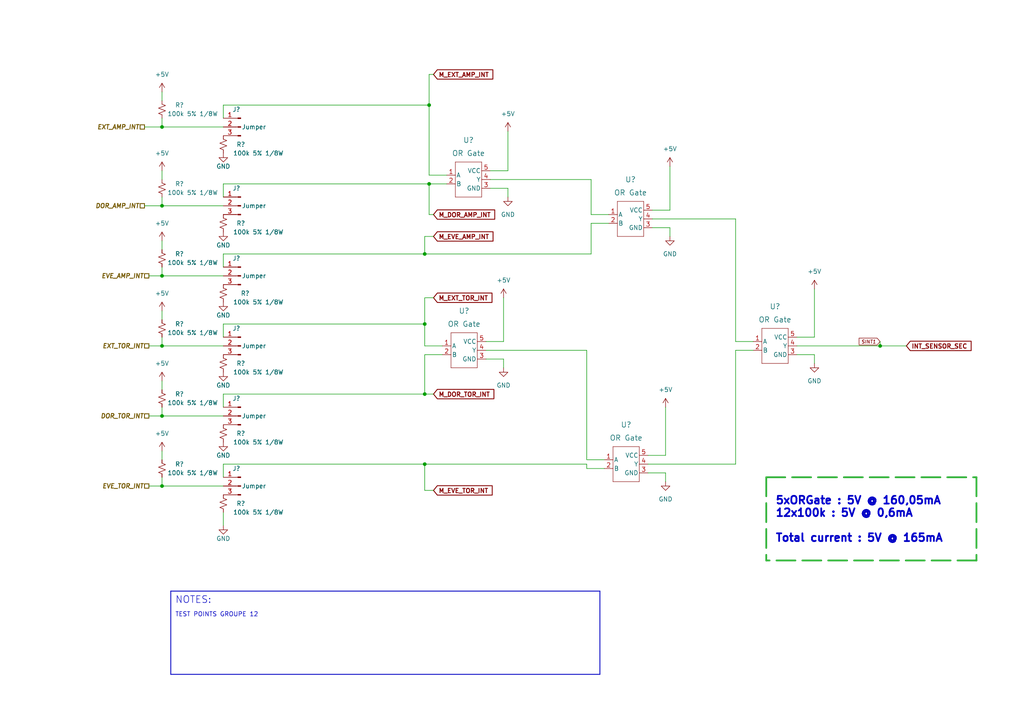
<source format=kicad_sch>
(kicad_sch (version 20211123) (generator eeschema)
  (paper "A4")
  (lib_symbols
    (symbol "Connector:Conn_01x03_Male" (pin_names (offset 1.016) hide)
      (property "Reference" "J" (at 0 5.08 0))
      (property "Value" "Conn_01x03_Male" (at 0 -5.08 0))
      (symbol "Conn_01x03_Male_1_1"
        (polyline (pts (xy 1.27 -2.54) (xy 0.8636 -2.54)) (stroke (width 0.1524)))
        (polyline (pts (xy 1.27 0) (xy 0.8636 0)) (stroke (width 0.1524)))
        (polyline (pts (xy 1.27 2.54) (xy 0.8636 2.54)) (stroke (width 0.1524)))
        (rectangle (start 0.8636 -2.413) (end 0 -2.667) (stroke (width 0.1524)) (fill (type outline)))
        (rectangle (start 0.8636 0.127) (end 0 -0.127) (stroke (width 0.1524)) (fill (type outline)))
        (rectangle (start 0.8636 2.667) (end 0 2.413) (stroke (width 0.1524)) (fill (type outline)))
        (pin passive line (at 5.08 2.54 180) (length 3.81) (name "Pin_1") (number "1"))
        (pin passive line (at 5.08 0 180) (length 3.81) (name "Pin_2") (number "2"))
        (pin passive line (at 5.08 -2.54 180) (length 3.81) (name "Pin_3") (number "3"))
      )
    )
    (symbol "Device:R_Small_US" (pin_numbers hide) (pin_names (offset 0.254) hide)
      (property "Reference" "R" (at 0.762 0.508 0))
      (property "Value" "R_Small_US" (at 0.762 -1.016 0))
      (symbol "R_Small_US_1_1"
        (polyline (pts (xy 0 0) (xy 1.016 -0.381) (xy 0 -0.762) (xy -1.016 -1.143) (xy 0 -1.524)))
        (polyline (pts (xy 0 1.524) (xy 1.016 1.143) (xy 0 0.762) (xy -1.016 0.381) (xy 0 0)))
        (pin passive line (at 0 2.54 270) (length 1.016) (name "~") (number "1"))
        (pin passive line (at 0 -2.54 90) (length 1.016) (name "~") (number "2"))
      )
    )
    (symbol "SymLib:SN74LVC1G32DBVR" (pin_names (offset 0.254))
      (property "Reference" "U" (at 25.4 10.16 0))
      (property "Value" "SN74LVC1G32DBVR" (at 25.4 7.62 0))
      (symbol "SN74LVC1G32DBVR_0_1"
        (polyline (pts (xy 21.59 -7.62) (xy 29.21 -7.62)) (stroke (width 0.127)))
        (polyline (pts (xy 21.59 2.54) (xy 21.59 -7.62)) (stroke (width 0.127)))
        (polyline (pts (xy 29.21 -7.62) (xy 29.21 2.54)) (stroke (width 0.127)))
        (polyline (pts (xy 29.21 2.54) (xy 21.59 2.54)) (stroke (width 0.127)))
        (pin input line (at 19.05 -1.27 0) (length 2.54) (name "A") (number "1"))
        (pin input line (at 19.05 -3.81 0) (length 2.54) (name "B") (number "2"))
        (pin power_in line (at 31.75 -5.08 180) (length 2.54) (name "GND") (number "3"))
        (pin output line (at 31.75 -2.54 180) (length 2.54) (name "Y") (number "4"))
        (pin power_in line (at 31.75 0 180) (length 2.54) (name "VCC") (number "5"))
      )
    )
    (symbol "power:+5V" (power) (pin_names (offset 0))
      (property "Value" "+5V" (at 0 3.556 0))
      (symbol "+5V_0_1"
        (polyline (pts (xy -0.762 1.27) (xy 0 2.54)))
        (polyline (pts (xy 0 0) (xy 0 2.54)))
        (polyline (pts (xy 0 2.54) (xy 0.762 1.27)))
      )
      (symbol "+5V_1_1"
        (pin power_in line (at 0 0 90) (length 0) hide (name "+5V") (number "1"))
      )
    )
    (symbol "power:GND" (power) (pin_names (offset 0))
      (property "Value" "GND" (at 0 -3.81 0))
      (symbol "GND_0_1"
        (polyline (pts (xy 0 0) (xy 0 -1.27) (xy 1.27 -1.27) (xy 0 -2.54) (xy -1.27 -1.27) (xy 0 -1.27)))
      )
      (symbol "GND_1_1"
        (pin power_in line (at 0 0 270) (length 0) hide (name "GND") (number "1"))
      )
    )
  )
  (junction (at 123.19 93.98))
  (junction (at 46.99 36.83))
  (junction (at 123.19 114.3))
  (junction (at 124.46 53.34))
  (junction (at 46.99 140.97))
  (junction (at 124.46 30.48))
  (junction (at 46.99 100.33))
  (junction (at 46.99 80.01))
  (junction (at 255.27 100.33))
  (junction (at 46.99 120.65))
  (junction (at 46.99 59.69))
  (junction (at 123.19 73.66))
  (junction (at 123.19 134.62))
  (wire (pts (xy 187.96 132.08) (xy 193.04 132.08)))
  (wire (pts (xy 124.46 21.59) (xy 124.46 30.48)))
  (wire (pts (xy 64.77 93.98) (xy 123.19 93.98)))
  (wire (pts (xy 64.77 97.79) (xy 64.77 93.98)))
  (wire (pts (xy 43.18 100.33) (xy 46.99 100.33)))
  (wire (pts (xy 123.19 134.62) (xy 170.18 134.62)))
  (polyline (pts (xy 222.25 138.43) (xy 283.21 138.43)) (stroke (width 0.5) (type dash) (color 37 168 45 1)))
  (wire (pts (xy 46.99 140.97) (xy 64.77 140.97)))
  (wire (pts (xy 64.77 152.4) (xy 64.77 148.59)))
  (wire (pts (xy 124.46 53.34) (xy 129.54 53.34)))
  (wire (pts (xy 193.04 137.16) (xy 187.96 137.16)))
  (wire (pts (xy 123.19 134.62) (xy 123.19 142.24)))
  (wire (pts (xy 171.45 62.23) (xy 176.53 62.23)))
  (wire (pts (xy 170.18 135.89) (xy 175.26 135.89)))
  (wire (pts (xy 171.45 64.77) (xy 171.45 73.66)))
  (wire (pts (xy 43.18 80.01) (xy 46.99 80.01)))
  (wire (pts (xy 46.99 69.85) (xy 46.99 72.39)))
  (wire (pts (xy 255.27 99.06) (xy 255.27 100.33)))
  (wire (pts (xy 170.18 101.6) (xy 170.18 133.35)))
  (wire (pts (xy 187.96 134.62) (xy 213.36 134.62)))
  (wire (pts (xy 146.05 104.14) (xy 140.97 104.14)))
  (polyline (pts (xy 283.21 162.56) (xy 222.25 162.56)) (stroke (width 0.5) (type dash) (color 37 168 45 1)))
  (wire (pts (xy 46.99 49.53) (xy 46.99 52.07)))
  (polyline (pts (xy 283.21 138.43) (xy 283.21 162.56)) (stroke (width 0.5) (type dash) (color 37 168 45 1)))
  (wire (pts (xy 43.18 120.65) (xy 46.99 120.65)))
  (wire (pts (xy 46.99 59.69) (xy 64.77 59.69)))
  (wire (pts (xy 123.19 73.66) (xy 171.45 73.66)))
  (wire (pts (xy 124.46 62.23) (xy 125.73 62.23)))
  (wire (pts (xy 236.22 105.41) (xy 236.22 102.87)))
  (wire (pts (xy 171.45 64.77) (xy 176.53 64.77)))
  (wire (pts (xy 46.99 100.33) (xy 64.77 100.33)))
  (wire (pts (xy 170.18 133.35) (xy 175.26 133.35)))
  (wire (pts (xy 231.14 100.33) (xy 255.27 100.33)))
  (wire (pts (xy 146.05 86.36) (xy 146.05 99.06)))
  (wire (pts (xy 64.77 57.15) (xy 64.77 53.34)))
  (wire (pts (xy 64.77 30.48) (xy 124.46 30.48)))
  (wire (pts (xy 125.73 86.36) (xy 123.19 86.36)))
  (polyline (pts (xy 173.99 171.45) (xy 173.99 195.58)) (stroke (width 0.25) (type solid)))
  (wire (pts (xy 41.91 36.83) (xy 46.99 36.83)))
  (wire (pts (xy 41.91 59.69) (xy 46.99 59.69)))
  (wire (pts (xy 146.05 106.68) (xy 146.05 104.14)))
  (wire (pts (xy 123.19 93.98) (xy 123.19 100.33)))
  (wire (pts (xy 231.14 97.79) (xy 236.22 97.79)))
  (wire (pts (xy 124.46 30.48) (xy 124.46 50.8)))
  (wire (pts (xy 46.99 26.67) (xy 46.99 29.21)))
  (wire (pts (xy 218.44 101.6) (xy 213.36 101.6)))
  (wire (pts (xy 125.73 21.59) (xy 124.46 21.59)))
  (wire (pts (xy 147.32 38.1) (xy 147.32 49.53)))
  (wire (pts (xy 64.77 73.66) (xy 123.19 73.66)))
  (wire (pts (xy 189.23 63.5) (xy 213.36 63.5)))
  (wire (pts (xy 140.97 99.06) (xy 146.05 99.06)))
  (wire (pts (xy 46.99 138.43) (xy 46.99 140.97)))
  (wire (pts (xy 43.18 140.97) (xy 46.99 140.97)))
  (wire (pts (xy 46.99 120.65) (xy 64.77 120.65)))
  (wire (pts (xy 46.99 110.49) (xy 46.99 113.03)))
  (wire (pts (xy 125.73 142.24) (xy 123.19 142.24)))
  (wire (pts (xy 64.77 114.3) (xy 123.19 114.3)))
  (wire (pts (xy 46.99 36.83) (xy 46.99 34.29)))
  (wire (pts (xy 64.77 34.29) (xy 64.77 30.48)))
  (wire (pts (xy 147.32 57.15) (xy 147.32 54.61)))
  (wire (pts (xy 193.04 139.7) (xy 193.04 137.16)))
  (wire (pts (xy 193.04 118.11) (xy 193.04 132.08)))
  (wire (pts (xy 123.19 114.3) (xy 123.19 102.87)))
  (wire (pts (xy 213.36 101.6) (xy 213.36 134.62)))
  (wire (pts (xy 46.99 97.79) (xy 46.99 100.33)))
  (wire (pts (xy 123.19 114.3) (xy 125.73 114.3)))
  (wire (pts (xy 123.19 68.58) (xy 123.19 73.66)))
  (wire (pts (xy 123.19 86.36) (xy 123.19 93.98)))
  (wire (pts (xy 123.19 102.87) (xy 128.27 102.87)))
  (polyline (pts (xy 222.25 138.43) (xy 222.25 162.56)) (stroke (width 0.5) (type dash) (color 37 168 45 1)))
  (wire (pts (xy 124.46 50.8) (xy 129.54 50.8)))
  (wire (pts (xy 194.31 66.04) (xy 189.23 66.04)))
  (wire (pts (xy 64.77 138.43) (xy 64.77 134.62)))
  (wire (pts (xy 64.77 77.47) (xy 64.77 73.66)))
  (wire (pts (xy 46.99 90.17) (xy 46.99 92.71)))
  (polyline (pts (xy 49.53 171.45) (xy 173.99 171.45)) (stroke (width 0.25) (type solid)))
  (wire (pts (xy 194.31 48.26) (xy 194.31 60.96)))
  (wire (pts (xy 236.22 83.82) (xy 236.22 97.79)))
  (wire (pts (xy 64.77 118.11) (xy 64.77 114.3)))
  (wire (pts (xy 213.36 99.06) (xy 218.44 99.06)))
  (wire (pts (xy 46.99 80.01) (xy 64.77 80.01)))
  (wire (pts (xy 189.23 60.96) (xy 194.31 60.96)))
  (wire (pts (xy 147.32 54.61) (xy 142.24 54.61)))
  (wire (pts (xy 213.36 63.5) (xy 213.36 99.06)))
  (polyline (pts (xy 173.99 195.58) (xy 49.53 195.58)) (stroke (width 0.25) (type solid)))
  (wire (pts (xy 236.22 102.87) (xy 231.14 102.87)))
  (wire (pts (xy 64.77 53.34) (xy 124.46 53.34)))
  (wire (pts (xy 46.99 36.83) (xy 64.77 36.83)))
  (wire (pts (xy 142.24 49.53) (xy 147.32 49.53)))
  (wire (pts (xy 170.18 134.62) (xy 170.18 135.89)))
  (wire (pts (xy 140.97 101.6) (xy 170.18 101.6)))
  (wire (pts (xy 46.99 118.11) (xy 46.99 120.65)))
  (wire (pts (xy 46.99 130.81) (xy 46.99 133.35)))
  (wire (pts (xy 124.46 62.23) (xy 124.46 53.34)))
  (wire (pts (xy 171.45 52.07) (xy 171.45 62.23)))
  (wire (pts (xy 142.24 52.07) (xy 171.45 52.07)))
  (wire (pts (xy 46.99 77.47) (xy 46.99 80.01)))
  (wire (pts (xy 255.27 100.33) (xy 262.89 100.33)))
  (wire (pts (xy 123.19 100.33) (xy 128.27 100.33)))
  (wire (pts (xy 123.19 68.58) (xy 125.73 68.58)))
  (wire (pts (xy 46.99 57.15) (xy 46.99 59.69)))
  (wire (pts (xy 64.77 134.62) (xy 123.19 134.62)))
  (wire (pts (xy 194.31 68.58) (xy 194.31 66.04)))
  (polyline (pts (xy 49.53 171.45) (xy 49.53 195.58)) (stroke (width 0.25) (type solid)))
  (text "5xORGate : 5V @ 160,05mA\n12x100k : 5V @ 0,6mA\n\nTotal current : 5V @ 165mA" (at 224.79 157.48 0) (effects (font (size 2.25 2.25) (thickness 0.5) bold) (justify left bottom)))
  (text "NOTES:" (at 50.8 175.26 0) (effects (font (size 2 2)) (justify left bottom)))
  (text "TEST POINTS GROUPE 12" (at 50.8 179.07 0) (effects (font (size 1.27 1.27)) (justify left bottom)))
  (global_label "M_EVE_AMP_INT" (shape input) (at 125.73 68.58 0) (effects (font (thickness 0.254) bold)) (property "Intersheet References" "${INTERSHEET_REFS}" (effects hide)))
  (global_label "M_EXT_TOR_INT" (shape input) (at 125.73 86.36 0) (effects (font (thickness 0.254) bold)) (property "Intersheet References" "${INTERSHEET_REFS}" (effects hide)))
  (global_label "M_EVE_TOR_INT" (shape input) (at 125.73 142.24 0) (effects (font (thickness 0.254) bold)) (property "Intersheet References" "${INTERSHEET_REFS}" (effects hide)))
  (global_label "INT_SENSOR_SEC" (shape input) (at 262.89 100.33 0) (effects (font (thickness 0.254) bold)) (property "Intersheet References" "${INTERSHEET_REFS}" (effects hide)))
  (global_label "SINT1" (shape input) (at 255.27 99.06 180) (effects (font (size 1 1) italic)) (property "Intersheet References" "${INTERSHEET_REFS}" (effects hide)))
  (global_label "M_EXT_AMP_INT" (shape input) (at 125.73 21.59 0) (effects (font (thickness 0.254) bold)) (property "Intersheet References" "${INTERSHEET_REFS}" (effects hide)))
  (global_label "M_DOR_TOR_INT" (shape input) (at 125.73 114.3 0) (effects (font (thickness 0.254) bold)) (property "Intersheet References" "${INTERSHEET_REFS}" (effects hide)))
  (global_label "M_DOR_AMP_INT" (shape input) (at 125.73 62.23 0) (effects (font (thickness 0.254) bold)) (property "Intersheet References" "${INTERSHEET_REFS}" (effects hide)))
  (hierarchical_label "EVE_TOR_INT" (shape passive) (at 43.18 140.97 180) (effects (font bold italic)))
  (hierarchical_label "EXT_AMP_INT" (shape passive) (at 41.91 36.83 180) (effects (font bold italic)))
  (hierarchical_label "DOR_TOR_INT" (shape passive) (at 43.18 120.65 180) (effects (font bold italic)))
  (hierarchical_label "DOR_AMP_INT" (shape passive) (at 41.91 59.69 180) (effects (font bold italic)))
  (hierarchical_label "EXT_TOR_INT" (shape passive) (at 43.18 100.33 180) (effects (font bold italic)))
  (hierarchical_label "EVE_AMP_INT" (shape passive) (at 43.18 80.01 180) (effects (font bold italic)))
  (symbol (lib_id "Connector:Conn_01x03_Male") (at 69.85 140.97 0) (mirror y) (unit 1)
    (property "Reference" "J?" (at 68.58 135.89 0))
    (property "Value" "Jumper" (at 73.66 140.97 0))
    (property "Footprint" "Connector_PinSocket_2.54mm:PinSocket_1x03_P2.54mm_Vertical" (effects hide))
    (property "DESCRIPTION" "CONN HEADER VERT 3POS 2.54MM" (effects hide))
    (property "MANUFACTURER" "Würth Elektronik" (effects hide))
    (property "PACKAGE" "Square 0.100\" (2.54mm)" (effects hide))
    (property "PART NUMBER" "61300311121" (effects hide))
    (property "TYPE" "Through Hole" (effects hide))
  )
  (symbol (lib_id "Connector:Conn_01x03_Male") (at 69.85 100.33 0) (mirror y) (unit 1)
    (property "Reference" "J?" (at 68.58 95.25 0))
    (property "Value" "Jumper" (at 73.66 100.33 0))
    (property "Footprint" "Connector_PinSocket_2.54mm:PinSocket_1x03_P2.54mm_Vertical" (effects hide))
    (property "DESCRIPTION" "CONN HEADER VERT 3POS 2.54MM" (effects hide))
    (property "MANUFACTURER" "Würth Elektronik" (effects hide))
    (property "PACKAGE" "Square 0.100\" (2.54mm)" (effects hide))
    (property "PART NUMBER" "61300311121" (effects hide))
    (property "TYPE" "Through Hole" (effects hide))
  )
  (symbol (lib_id "power:+5V") (at 193.04 118.11 0) (unit 1)
    (property "Reference" "#PWR?" (effects hide))
    (property "Value" "+5V" (at 193.04 113.03 0))
  )
  (symbol (lib_id "power:GND") (at 64.77 128.27 0) (unit 1)
    (property "Reference" "#PWR?" (effects hide))
    (property "Value" "GND" (at 64.77 132.08 0))
  )
  (symbol (lib_id "SymLib:SN74LVC1G32DBVR") (at 109.22 99.06 0) (unit 1)
    (property "Reference" "U?" (at 134.62 90.17 0) (effects (font (size 1.524 1.524))))
    (property "Value" "OR Gate" (at 134.62 93.98 0) (effects (font (size 1.524 1.524))))
    (property "Footprint" "FootPrint:SOT95P270X145-5N" (effects hide))
    (property "DESCRIPTION" "OR Gate IC 1 Channel SOT-23-5" (effects hide))
    (property "MANUFACTURER" "Texas Instruments" (effects hide))
    (property "PACKAGE" "SC-74A, SOT-753" (effects hide))
    (property "PART NUMBER" "SN74LVC1G32DBVR" (effects hide))
    (property "TYPE" "SMD" (effects hide))
  )
  (symbol (lib_id "Device:R_Small_US") (at 46.99 74.93 0) (unit 1)
    (property "Reference" "R?" (at 52.07 73.66 0))
    (property "Value" "100k 5% 1/8W" (at 55.88 76.2 0))
    (property "Footprint" "Resistor_SMD:R_0805_2012Metric" (effects hide))
    (property "MANUFACTURER" "Panasonic Electronic Components" (effects hide))
    (property "PACKAGE" "0805 (2012 Metric)" (effects hide))
    (property "PART NUMBER" "ERJ-6GEYJ104V" (effects hide))
    (property "TYPE" "SMD" (effects hide))
    (property "DESCRIPTION" "100 kOhms ±5% 0.125W, 1/8W Chip Resistor 0805 (2012 Metric) Automotive AEC-Q200 Thick Film" (effects hide))
  )
  (symbol (lib_id "Device:R_Small_US") (at 46.99 31.75 0) (unit 1)
    (property "Reference" "R?" (at 52.07 30.48 0))
    (property "Value" "100k 5% 1/8W" (at 55.88 33.02 0))
    (property "Footprint" "Resistor_SMD:R_0805_2012Metric" (effects hide))
    (property "MANUFACTURER" "Panasonic Electronic Components" (effects hide))
    (property "PACKAGE" "0805 (2012 Metric)" (effects hide))
    (property "PART NUMBER" "ERJ-6GEYJ104V" (effects hide))
    (property "TYPE" "SMD" (effects hide))
    (property "DESCRIPTION" "100 kOhms ±5% 0.125W, 1/8W Chip Resistor 0805 (2012 Metric) Automotive AEC-Q200 Thick Film" (effects hide))
  )
  (symbol (lib_id "Connector:Conn_01x03_Male") (at 69.85 36.83 0) (mirror y) (unit 1)
    (property "Reference" "J?" (at 68.58 31.75 0))
    (property "Value" "Jumper" (at 73.66 36.83 0))
    (property "Footprint" "Connector_PinSocket_2.54mm:PinSocket_1x03_P2.54mm_Vertical" (effects hide))
    (property "DESCRIPTION" "CONN HEADER VERT 3POS 2.54MM" (effects hide))
    (property "MANUFACTURER" "Würth Elektronik" (effects hide))
    (property "PACKAGE" "Square 0.100\" (2.54mm)" (effects hide))
    (property "PART NUMBER" "61300311121" (effects hide))
    (property "TYPE" "Through Hole" (effects hide))
  )
  (symbol (lib_id "power:+5V") (at 46.99 26.67 0) (unit 1)
    (property "Reference" "#PWR?" (effects hide))
    (property "Value" "+5V" (at 46.99 21.59 0))
  )
  (symbol (lib_id "power:+5V") (at 236.22 83.82 0) (unit 1)
    (property "Reference" "#PWR?" (effects hide))
    (property "Value" "+5V" (at 236.22 78.74 0))
  )
  (symbol (lib_id "power:GND") (at 193.04 139.7 0) (unit 1)
    (property "Reference" "#PWR?" (effects hide))
    (property "Value" "GND" (at 193.04 144.78 0))
  )
  (symbol (lib_id "Device:R_Small_US") (at 64.77 64.77 0) (unit 1)
    (property "Reference" "R?" (at 69.85 64.77 0))
    (property "Value" "100k 5% 1/8W" (at 74.93 67.31 0))
    (property "Footprint" "Resistor_SMD:R_0805_2012Metric" (effects hide))
    (property "MANUFACTURER" "Panasonic Electronic Components" (effects hide))
    (property "PACKAGE" "0805 (2012 Metric)" (effects hide))
    (property "PART NUMBER" "ERJ-6GEYJ104V" (effects hide))
    (property "TYPE" "SMD" (effects hide))
    (property "DESCRIPTION" "100 kOhms ±5% 0.125W, 1/8W Chip Resistor 0805 (2012 Metric) Automotive AEC-Q200 Thick Film" (effects hide))
  )
  (symbol (lib_id "SymLib:SN74LVC1G32DBVR") (at 110.49 49.53 0) (unit 1)
    (property "Reference" "U?" (at 135.89 40.64 0) (effects (font (size 1.524 1.524))))
    (property "Value" "OR Gate" (at 135.89 44.45 0) (effects (font (size 1.524 1.524))))
    (property "Footprint" "FootPrint:SOT95P270X145-5N" (effects hide))
    (property "DESCRIPTION" "OR Gate IC 1 Channel SOT-23-5" (effects hide))
    (property "MANUFACTURER" "Texas Instruments" (effects hide))
    (property "PACKAGE" "SC-74A, SOT-753" (effects hide))
    (property "PART NUMBER" "SN74LVC1G32DBVR" (effects hide))
    (property "TYPE" "SMD" (effects hide))
  )
  (symbol (lib_id "power:+5V") (at 46.99 130.81 0) (unit 1)
    (property "Reference" "#PWR?" (effects hide))
    (property "Value" "+5V" (at 46.99 125.73 0))
  )
  (symbol (lib_id "power:+5V") (at 194.31 48.26 0) (unit 1)
    (property "Reference" "#PWR?" (effects hide))
    (property "Value" "+5V" (at 194.31 43.18 0))
  )
  (symbol (lib_id "Device:R_Small_US") (at 46.99 115.57 0) (unit 1)
    (property "Reference" "R?" (at 52.07 114.3 0))
    (property "Value" "100k 5% 1/8W" (at 55.88 116.84 0))
    (property "Footprint" "Resistor_SMD:R_0805_2012Metric" (effects hide))
    (property "MANUFACTURER" "Panasonic Electronic Components" (effects hide))
    (property "PACKAGE" "0805 (2012 Metric)" (effects hide))
    (property "PART NUMBER" "ERJ-6GEYJ104V" (effects hide))
    (property "TYPE" "SMD" (effects hide))
    (property "DESCRIPTION" "100 kOhms ±5% 0.125W, 1/8W Chip Resistor 0805 (2012 Metric) Automotive AEC-Q200 Thick Film" (effects hide))
  )
  (symbol (lib_id "power:GND") (at 64.77 44.45 0) (unit 1)
    (property "Reference" "#PWR?" (effects hide))
    (property "Value" "GND" (at 64.77 48.26 0))
  )
  (symbol (lib_id "Connector:Conn_01x03_Male") (at 69.85 80.01 0) (mirror y) (unit 1)
    (property "Reference" "J?" (at 68.58 74.93 0))
    (property "Value" "Jumper" (at 73.66 80.01 0))
    (property "Footprint" "Connector_PinSocket_2.54mm:PinSocket_1x03_P2.54mm_Vertical" (effects hide))
    (property "DESCRIPTION" "CONN HEADER VERT 3POS 2.54MM" (effects hide))
    (property "MANUFACTURER" "Würth Elektronik" (effects hide))
    (property "PACKAGE" "Square 0.100\" (2.54mm)" (effects hide))
    (property "PART NUMBER" "61300311121" (effects hide))
    (property "TYPE" "Through Hole" (effects hide))
  )
  (symbol (lib_id "Device:R_Small_US") (at 64.77 41.91 0) (unit 1)
    (property "Reference" "R?" (at 69.85 41.91 0))
    (property "Value" "100k 5% 1/8W" (at 74.93 44.45 0))
    (property "Footprint" "Resistor_SMD:R_0805_2012Metric" (effects hide))
    (property "MANUFACTURER" "Panasonic Electronic Components" (effects hide))
    (property "PACKAGE" "0805 (2012 Metric)" (effects hide))
    (property "PART NUMBER" "ERJ-6GEYJ104V" (effects hide))
    (property "TYPE" "SMD" (effects hide))
    (property "DESCRIPTION" "100 kOhms ±5% 0.125W, 1/8W Chip Resistor 0805 (2012 Metric) Automotive AEC-Q200 Thick Film" (effects hide))
  )
  (symbol (lib_id "Connector:Conn_01x03_Male") (at 69.85 120.65 0) (mirror y) (unit 1)
    (property "Reference" "J?" (at 68.58 115.57 0))
    (property "Value" "Jumper" (at 73.66 120.65 0))
    (property "Footprint" "Connector_PinSocket_2.54mm:PinSocket_1x03_P2.54mm_Vertical" (effects hide))
    (property "DESCRIPTION" "CONN HEADER VERT 3POS 2.54MM" (effects hide))
    (property "MANUFACTURER" "Würth Elektronik" (effects hide))
    (property "PACKAGE" "Square 0.100\" (2.54mm)" (effects hide))
    (property "PART NUMBER" "61300311121" (effects hide))
    (property "TYPE" "Through Hole" (effects hide))
  )
  (symbol (lib_id "power:+5V") (at 147.32 38.1 0) (unit 1)
    (property "Reference" "#PWR?" (effects hide))
    (property "Value" "+5V" (at 147.32 33.02 0))
  )
  (symbol (lib_id "Device:R_Small_US") (at 46.99 135.89 0) (unit 1)
    (property "Reference" "R?" (at 52.07 134.62 0))
    (property "Value" "100k 5% 1/8W" (at 55.88 137.16 0))
    (property "Footprint" "Resistor_SMD:R_0805_2012Metric" (effects hide))
    (property "MANUFACTURER" "Panasonic Electronic Components" (effects hide))
    (property "PACKAGE" "0805 (2012 Metric)" (effects hide))
    (property "PART NUMBER" "ERJ-6GEYJ104V" (effects hide))
    (property "TYPE" "SMD" (effects hide))
    (property "DESCRIPTION" "100 kOhms ±5% 0.125W, 1/8W Chip Resistor 0805 (2012 Metric) Automotive AEC-Q200 Thick Film" (effects hide))
  )
  (symbol (lib_id "Connector:Conn_01x03_Male") (at 69.85 59.69 0) (mirror y) (unit 1)
    (property "Reference" "J?" (at 68.58 54.61 0))
    (property "Value" "Jumper" (at 73.66 59.69 0))
    (property "Footprint" "Connector_PinSocket_2.54mm:PinSocket_1x03_P2.54mm_Vertical" (effects hide))
    (property "DESCRIPTION" "CONN HEADER VERT 3POS 2.54MM" (effects hide))
    (property "MANUFACTURER" "Würth Elektronik" (effects hide))
    (property "PACKAGE" "Square 0.100\" (2.54mm)" (effects hide))
    (property "PART NUMBER" "61300311121" (effects hide))
    (property "TYPE" "Through Hole" (effects hide))
  )
  (symbol (lib_id "power:GND") (at 236.22 105.41 0) (unit 1)
    (property "Reference" "#PWR?" (effects hide))
    (property "Value" "GND" (at 236.22 110.49 0))
  )
  (symbol (lib_id "power:+5V") (at 46.99 110.49 0) (unit 1)
    (property "Reference" "#PWR?" (effects hide))
    (property "Value" "+5V" (at 46.99 105.41 0))
  )
  (symbol (lib_id "power:+5V") (at 46.99 90.17 0) (unit 1)
    (property "Reference" "#PWR?" (effects hide))
    (property "Value" "+5V" (at 46.99 85.09 0))
  )
  (symbol (lib_id "Device:R_Small_US") (at 64.77 146.05 0) (unit 1)
    (property "Reference" "R?" (at 69.85 146.05 0))
    (property "Value" "100k 5% 1/8W" (at 74.93 148.59 0))
    (property "Footprint" "Resistor_SMD:R_0805_2012Metric" (effects hide))
    (property "MANUFACTURER" "Panasonic Electronic Components" (effects hide))
    (property "PACKAGE" "0805 (2012 Metric)" (effects hide))
    (property "PART NUMBER" "ERJ-6GEYJ104V" (effects hide))
    (property "TYPE" "SMD" (effects hide))
    (property "DESCRIPTION" "100 kOhms ±5% 0.125W, 1/8W Chip Resistor 0805 (2012 Metric) Automotive AEC-Q200 Thick Film" (effects hide))
  )
  (symbol (lib_id "power:GND") (at 64.77 152.4 0) (unit 1)
    (property "Reference" "#PWR?" (effects hide))
    (property "Value" "GND" (at 64.77 156.21 0))
  )
  (symbol (lib_id "Device:R_Small_US") (at 64.77 105.41 0) (unit 1)
    (property "Reference" "R?" (at 69.85 105.41 0))
    (property "Value" "100k 5% 1/8W" (at 74.93 107.95 0))
    (property "Footprint" "Resistor_SMD:R_0805_2012Metric" (effects hide))
    (property "MANUFACTURER" "Panasonic Electronic Components" (effects hide))
    (property "PACKAGE" "0805 (2012 Metric)" (effects hide))
    (property "PART NUMBER" "ERJ-6GEYJ104V" (effects hide))
    (property "TYPE" "SMD" (effects hide))
    (property "DESCRIPTION" "100 kOhms ±5% 0.125W, 1/8W Chip Resistor 0805 (2012 Metric) Automotive AEC-Q200 Thick Film" (effects hide))
  )
  (symbol (lib_id "Device:R_Small_US") (at 46.99 95.25 0) (unit 1)
    (property "Reference" "R?" (at 52.07 93.98 0))
    (property "Value" "100k 5% 1/8W" (at 55.88 96.52 0))
    (property "Footprint" "Resistor_SMD:R_0805_2012Metric" (effects hide))
    (property "MANUFACTURER" "Panasonic Electronic Components" (effects hide))
    (property "PACKAGE" "0805 (2012 Metric)" (effects hide))
    (property "PART NUMBER" "ERJ-6GEYJ104V" (effects hide))
    (property "TYPE" "SMD" (effects hide))
    (property "DESCRIPTION" "100 kOhms ±5% 0.125W, 1/8W Chip Resistor 0805 (2012 Metric) Automotive AEC-Q200 Thick Film" (effects hide))
  )
  (symbol (lib_id "Device:R_Small_US") (at 64.77 85.09 0) (unit 1)
    (property "Reference" "R?" (at 71.12 85.09 0))
    (property "Value" "100k 5% 1/8W" (at 74.93 87.63 0))
    (property "Footprint" "Resistor_SMD:R_0805_2012Metric" (effects hide))
    (property "MANUFACTURER" "Panasonic Electronic Components" (effects hide))
    (property "PACKAGE" "0805 (2012 Metric)" (effects hide))
    (property "PART NUMBER" "ERJ-6GEYJ104V" (effects hide))
    (property "TYPE" "SMD" (effects hide))
    (property "DESCRIPTION" "100 kOhms ±5% 0.125W, 1/8W Chip Resistor 0805 (2012 Metric) Automotive AEC-Q200 Thick Film" (effects hide))
  )
  (symbol (lib_id "power:GND") (at 147.32 57.15 0) (unit 1)
    (property "Reference" "#PWR?" (effects hide))
    (property "Value" "GND" (at 147.32 62.23 0))
  )
  (symbol (lib_id "power:GND") (at 146.05 106.68 0) (unit 1)
    (property "Reference" "#PWR?" (effects hide))
    (property "Value" "GND" (at 146.05 111.76 0))
  )
  (symbol (lib_id "Device:R_Small_US") (at 46.99 54.61 0) (unit 1)
    (property "Reference" "R?" (at 52.07 53.34 0))
    (property "Value" "100k 5% 1/8W" (at 55.88 55.88 0))
    (property "Footprint" "Resistor_SMD:R_0805_2012Metric" (effects hide))
    (property "MANUFACTURER" "Panasonic Electronic Components" (effects hide))
    (property "PACKAGE" "0805 (2012 Metric)" (effects hide))
    (property "PART NUMBER" "ERJ-6GEYJ104V" (effects hide))
    (property "TYPE" "SMD" (effects hide))
    (property "DESCRIPTION" "100 kOhms ±5% 0.125W, 1/8W Chip Resistor 0805 (2012 Metric) Automotive AEC-Q200 Thick Film" (effects hide))
  )
  (symbol (lib_id "power:GND") (at 194.31 68.58 0) (unit 1)
    (property "Reference" "#PWR?" (effects hide))
    (property "Value" "GND" (at 194.31 73.66 0))
  )
  (symbol (lib_id "power:+5V") (at 146.05 86.36 0) (unit 1)
    (property "Reference" "#PWR?" (effects hide))
    (property "Value" "+5V" (at 146.05 81.28 0))
  )
  (symbol (lib_id "power:+5V") (at 46.99 49.53 0) (unit 1)
    (property "Reference" "#PWR?" (effects hide))
    (property "Value" "+5V" (at 46.99 44.45 0))
  )
  (symbol (lib_id "Device:R_Small_US") (at 64.77 125.73 0) (unit 1)
    (property "Reference" "R?" (at 69.85 125.73 0))
    (property "Value" "100k 5% 1/8W" (at 74.93 128.27 0))
    (property "Footprint" "Resistor_SMD:R_0805_2012Metric" (effects hide))
    (property "MANUFACTURER" "Panasonic Electronic Components" (effects hide))
    (property "PACKAGE" "0805 (2012 Metric)" (effects hide))
    (property "PART NUMBER" "ERJ-6GEYJ104V" (effects hide))
    (property "TYPE" "SMD" (effects hide))
    (property "DESCRIPTION" "100 kOhms ±5% 0.125W, 1/8W Chip Resistor 0805 (2012 Metric) Automotive AEC-Q200 Thick Film" (effects hide))
  )
  (symbol (lib_id "SymLib:SN74LVC1G32DBVR") (at 156.21 132.08 0) (unit 1)
    (property "Reference" "U?" (at 181.61 123.19 0) (effects (font (size 1.524 1.524))))
    (property "Value" "OR Gate" (at 181.61 127 0) (effects (font (size 1.524 1.524))))
    (property "Footprint" "FootPrint:SOT95P270X145-5N" (effects hide))
    (property "DESCRIPTION" "OR Gate IC 1 Channel SOT-23-5" (effects hide))
    (property "MANUFACTURER" "Texas Instruments" (effects hide))
    (property "PACKAGE" "SC-74A, SOT-753" (effects hide))
    (property "PART NUMBER" "SN74LVC1G32DBVR" (effects hide))
    (property "TYPE" "SMD" (effects hide))
  )
  (symbol (lib_id "power:GND") (at 64.77 67.31 0) (unit 1)
    (property "Reference" "#PWR?" (effects hide))
    (property "Value" "GND" (at 64.77 71.12 0))
  )
  (symbol (lib_id "SymLib:SN74LVC1G32DBVR") (at 157.48 60.96 0) (unit 1)
    (property "Reference" "U?" (at 182.88 52.07 0) (effects (font (size 1.524 1.524))))
    (property "Value" "OR Gate" (at 182.88 55.88 0) (effects (font (size 1.524 1.524))))
    (property "Footprint" "FootPrint:SOT95P270X145-5N" (effects hide))
    (property "DESCRIPTION" "OR Gate IC 1 Channel SOT-23-5" (effects hide))
    (property "MANUFACTURER" "Texas Instruments" (effects hide))
    (property "PACKAGE" "SC-74A, SOT-753" (effects hide))
    (property "PART NUMBER" "SN74LVC1G32DBVR" (effects hide))
    (property "TYPE" "SMD" (effects hide))
  )
  (symbol (lib_id "power:GND") (at 64.77 107.95 0) (unit 1)
    (property "Reference" "#PWR?" (effects hide))
    (property "Value" "GND" (at 64.77 111.76 0))
  )
  (symbol (lib_id "power:GND") (at 64.77 87.63 0) (unit 1)
    (property "Reference" "#PWR?" (effects hide))
    (property "Value" "GND" (at 64.77 91.44 0))
  )
  (symbol (lib_id "SymLib:SN74LVC1G32DBVR") (at 199.39 97.79 0) (unit 1)
    (property "Reference" "U?" (at 224.79 88.9 0) (effects (font (size 1.524 1.524))))
    (property "Value" "OR Gate" (at 224.79 92.71 0) (effects (font (size 1.524 1.524))))
    (property "Footprint" "FootPrint:SOT95P270X145-5N" (effects hide))
    (property "DESCRIPTION" "OR Gate IC 1 Channel SOT-23-5" (effects hide))
    (property "MANUFACTURER" "Texas Instruments" (effects hide))
    (property "PACKAGE" "SC-74A, SOT-753" (effects hide))
    (property "PART NUMBER" "SN74LVC1G32DBVR" (effects hide))
    (property "TYPE" "SMD" (effects hide))
  )
  (symbol (lib_id "power:+5V") (at 46.99 69.85 0) (unit 1)
    (property "Reference" "#PWR?" (effects hide))
    (property "Value" "+5V" (at 46.99 64.77 0))
  )
)
</source>
